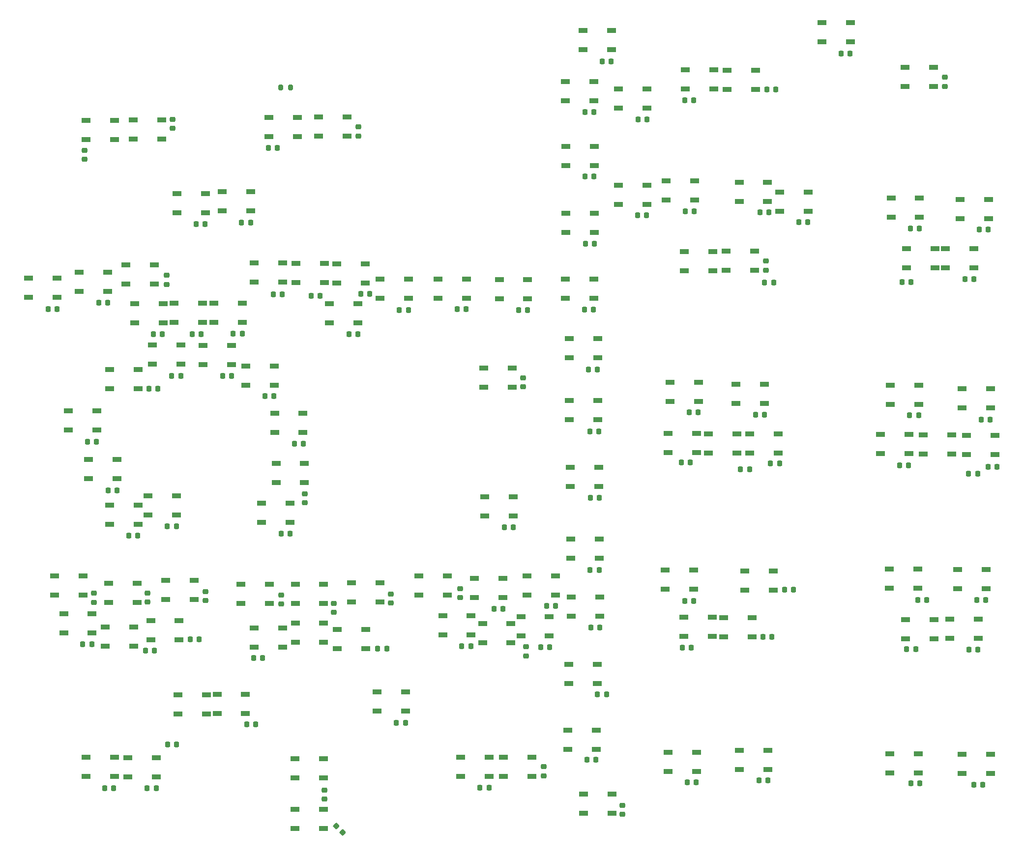
<source format=gbr>
%TF.GenerationSoftware,KiCad,Pcbnew,(6.0.9)*%
%TF.CreationDate,2023-03-29T19:02:43-08:00*%
%TF.ProjectId,COMM PANEL,434f4d4d-2050-4414-9e45-4c2e6b696361,3*%
%TF.SameCoordinates,Original*%
%TF.FileFunction,Paste,Top*%
%TF.FilePolarity,Positive*%
%FSLAX46Y46*%
G04 Gerber Fmt 4.6, Leading zero omitted, Abs format (unit mm)*
G04 Created by KiCad (PCBNEW (6.0.9)) date 2023-03-29 19:02:43*
%MOMM*%
%LPD*%
G01*
G04 APERTURE LIST*
G04 Aperture macros list*
%AMRoundRect*
0 Rectangle with rounded corners*
0 $1 Rounding radius*
0 $2 $3 $4 $5 $6 $7 $8 $9 X,Y pos of 4 corners*
0 Add a 4 corners polygon primitive as box body*
4,1,4,$2,$3,$4,$5,$6,$7,$8,$9,$2,$3,0*
0 Add four circle primitives for the rounded corners*
1,1,$1+$1,$2,$3*
1,1,$1+$1,$4,$5*
1,1,$1+$1,$6,$7*
1,1,$1+$1,$8,$9*
0 Add four rect primitives between the rounded corners*
20,1,$1+$1,$2,$3,$4,$5,0*
20,1,$1+$1,$4,$5,$6,$7,0*
20,1,$1+$1,$6,$7,$8,$9,0*
20,1,$1+$1,$8,$9,$2,$3,0*%
G04 Aperture macros list end*
%ADD10R,1.500000X0.900000*%
%ADD11RoundRect,0.225000X-0.225000X-0.250000X0.225000X-0.250000X0.225000X0.250000X-0.225000X0.250000X0*%
%ADD12RoundRect,0.225000X-0.250000X0.225000X-0.250000X-0.225000X0.250000X-0.225000X0.250000X0.225000X0*%
%ADD13RoundRect,0.225000X0.250000X-0.225000X0.250000X0.225000X-0.250000X0.225000X-0.250000X-0.225000X0*%
%ADD14RoundRect,0.225000X0.225000X0.250000X-0.225000X0.250000X-0.225000X-0.250000X0.225000X-0.250000X0*%
%ADD15RoundRect,0.225000X0.335876X0.017678X0.017678X0.335876X-0.335876X-0.017678X-0.017678X-0.335876X0*%
%ADD16RoundRect,0.200000X-0.200000X-0.275000X0.200000X-0.275000X0.200000X0.275000X-0.200000X0.275000X0*%
G04 APERTURE END LIST*
D10*
%TO.C,D1*%
X76227600Y-35967600D03*
X76227600Y-39267600D03*
X81127600Y-39267600D03*
X81127600Y-35967600D03*
%TD*%
%TO.C,D2*%
X84328000Y-35916800D03*
X84328000Y-39216800D03*
X89228000Y-39216800D03*
X89228000Y-35916800D03*
%TD*%
%TO.C,D3*%
X107696000Y-35459200D03*
X107696000Y-38759200D03*
X112596000Y-38759200D03*
X112596000Y-35459200D03*
%TD*%
%TO.C,D4*%
X116207000Y-35408800D03*
X116207000Y-38708800D03*
X121107000Y-38708800D03*
X121107000Y-35408800D03*
%TD*%
%TO.C,D5*%
X91874000Y-48616400D03*
X91874000Y-51916400D03*
X96774000Y-51916400D03*
X96774000Y-48616400D03*
%TD*%
%TO.C,D6*%
X99646000Y-48260800D03*
X99646000Y-51560800D03*
X104546000Y-51560800D03*
X104546000Y-48260800D03*
%TD*%
%TO.C,D7*%
X66321600Y-63145200D03*
X66321600Y-66445200D03*
X71221600Y-66445200D03*
X71221600Y-63145200D03*
%TD*%
%TO.C,D8*%
X75031600Y-62129600D03*
X75031600Y-65429600D03*
X79931600Y-65429600D03*
X79931600Y-62129600D03*
%TD*%
%TO.C,D9*%
X83058000Y-60910000D03*
X83058000Y-64210000D03*
X87958000Y-64210000D03*
X87958000Y-60910000D03*
%TD*%
%TO.C,D10*%
X105144000Y-60580000D03*
X105144000Y-63880000D03*
X110044000Y-63880000D03*
X110044000Y-60580000D03*
%TD*%
%TO.C,D11*%
X112370000Y-60605200D03*
X112370000Y-63905200D03*
X117270000Y-63905200D03*
X117270000Y-60605200D03*
%TD*%
%TO.C,D12*%
X119357000Y-60706800D03*
X119357000Y-64006800D03*
X124257000Y-64006800D03*
X124257000Y-60706800D03*
%TD*%
%TO.C,D13*%
X126797000Y-63348400D03*
X126797000Y-66648400D03*
X131697000Y-66648400D03*
X131697000Y-63348400D03*
%TD*%
%TO.C,D14*%
X136804000Y-63297600D03*
X136804000Y-66597600D03*
X141704000Y-66597600D03*
X141704000Y-63297600D03*
%TD*%
%TO.C,D15*%
X147359000Y-63424800D03*
X147359000Y-66724800D03*
X152259000Y-66724800D03*
X152259000Y-63424800D03*
%TD*%
%TO.C,D16*%
X84558800Y-67564800D03*
X84558800Y-70864800D03*
X89458800Y-70864800D03*
X89458800Y-67564800D03*
%TD*%
%TO.C,D18*%
X98196000Y-67514000D03*
X98196000Y-70814000D03*
X103096000Y-70814000D03*
X103096000Y-67514000D03*
%TD*%
%TO.C,D19*%
X87630000Y-74676800D03*
X87630000Y-77976800D03*
X92530000Y-77976800D03*
X92530000Y-74676800D03*
%TD*%
%TO.C,D20*%
X96367600Y-74778800D03*
X96367600Y-78078800D03*
X101267600Y-78078800D03*
X101267600Y-74778800D03*
%TD*%
%TO.C,D21*%
X103683000Y-78283600D03*
X103683000Y-81583600D03*
X108583000Y-81583600D03*
X108583000Y-78283600D03*
%TD*%
%TO.C,D22*%
X108661000Y-86411600D03*
X108661000Y-89711600D03*
X113561000Y-89711600D03*
X113561000Y-86411600D03*
%TD*%
%TO.C,D23*%
X108915000Y-95098400D03*
X108915000Y-98398400D03*
X113815000Y-98398400D03*
X113815000Y-95098400D03*
%TD*%
%TO.C,D24*%
X106426000Y-101956000D03*
X106426000Y-105256000D03*
X111326000Y-105256000D03*
X111326000Y-101956000D03*
%TD*%
%TO.C,D25*%
X86856400Y-100661000D03*
X86856400Y-103961000D03*
X91756400Y-103961000D03*
X91756400Y-100661000D03*
%TD*%
%TO.C,D26*%
X80240800Y-102261000D03*
X80240800Y-105561000D03*
X85140800Y-105561000D03*
X85140800Y-102261000D03*
%TD*%
%TO.C,D27*%
X76634000Y-94438400D03*
X76634000Y-97738400D03*
X81534000Y-97738400D03*
X81534000Y-94438400D03*
%TD*%
%TO.C,D28*%
X73128800Y-86056000D03*
X73128800Y-89356000D03*
X78028800Y-89356000D03*
X78028800Y-86056000D03*
%TD*%
%TO.C,D29*%
X80252400Y-78918800D03*
X80252400Y-82218800D03*
X85152400Y-82218800D03*
X85152400Y-78918800D03*
%TD*%
%TO.C,D30*%
X144678000Y-78690000D03*
X144678000Y-81990000D03*
X149578000Y-81990000D03*
X149578000Y-78690000D03*
%TD*%
%TO.C,D31*%
X144870000Y-100814000D03*
X144870000Y-104114000D03*
X149770000Y-104114000D03*
X149770000Y-100814000D03*
%TD*%
%TO.C,D32*%
X70741200Y-114453000D03*
X70741200Y-117753000D03*
X75641200Y-117753000D03*
X75641200Y-114453000D03*
%TD*%
%TO.C,D33*%
X80060800Y-115774000D03*
X80060800Y-119074000D03*
X84960800Y-119074000D03*
X84960800Y-115774000D03*
%TD*%
%TO.C,D34*%
X89943600Y-115266000D03*
X89943600Y-118566000D03*
X94843600Y-118566000D03*
X94843600Y-115266000D03*
%TD*%
%TO.C,D36*%
X112217000Y-115926000D03*
X112217000Y-119226000D03*
X117117000Y-119226000D03*
X117117000Y-115926000D03*
%TD*%
%TO.C,D37*%
X121948000Y-115672000D03*
X121948000Y-118972000D03*
X126848000Y-118972000D03*
X126848000Y-115672000D03*
%TD*%
%TO.C,D38*%
X133491000Y-114479000D03*
X133491000Y-117779000D03*
X138391000Y-117779000D03*
X138391000Y-114479000D03*
%TD*%
%TO.C,D39*%
X143080000Y-114860000D03*
X143080000Y-118160000D03*
X147980000Y-118160000D03*
X147980000Y-114860000D03*
%TD*%
%TO.C,D40*%
X152174000Y-114504000D03*
X152174000Y-117804000D03*
X157074000Y-117804000D03*
X157074000Y-114504000D03*
%TD*%
%TO.C,D41*%
X72339200Y-120956000D03*
X72339200Y-124256000D03*
X77239200Y-124256000D03*
X77239200Y-120956000D03*
%TD*%
%TO.C,D42*%
X79502000Y-123242000D03*
X79502000Y-126542000D03*
X84402000Y-126542000D03*
X84402000Y-123242000D03*
%TD*%
%TO.C,D45*%
X112217000Y-122632000D03*
X112217000Y-125932000D03*
X117117000Y-125932000D03*
X117117000Y-122632000D03*
%TD*%
%TO.C,D46*%
X119482000Y-123699000D03*
X119482000Y-126999000D03*
X124382000Y-126999000D03*
X124382000Y-123699000D03*
%TD*%
%TO.C,D47*%
X137617000Y-121311000D03*
X137617000Y-124611000D03*
X142517000Y-124611000D03*
X142517000Y-121311000D03*
%TD*%
%TO.C,D48*%
X144475000Y-122683000D03*
X144475000Y-125983000D03*
X149375000Y-125983000D03*
X149375000Y-122683000D03*
%TD*%
%TO.C,D49*%
X151079000Y-121514000D03*
X151079000Y-124814000D03*
X155979000Y-124814000D03*
X155979000Y-121514000D03*
%TD*%
%TO.C,D50*%
X91998800Y-134926000D03*
X91998800Y-138226000D03*
X96898800Y-138226000D03*
X96898800Y-134926000D03*
%TD*%
%TO.C,D52*%
X126289000Y-134468000D03*
X126289000Y-137768000D03*
X131189000Y-137768000D03*
X131189000Y-134468000D03*
%TD*%
%TO.C,D53*%
X76200000Y-145746000D03*
X76200000Y-149046000D03*
X81100000Y-149046000D03*
X81100000Y-145746000D03*
%TD*%
%TO.C,D54*%
X83413600Y-145797000D03*
X83413600Y-149097000D03*
X88313600Y-149097000D03*
X88313600Y-145797000D03*
%TD*%
%TO.C,D55*%
X112206000Y-145975000D03*
X112206000Y-149275000D03*
X117106000Y-149275000D03*
X117106000Y-145975000D03*
%TD*%
%TO.C,D56*%
X112206000Y-154712000D03*
X112206000Y-158012000D03*
X117106000Y-158012000D03*
X117106000Y-154712000D03*
%TD*%
%TO.C,D57*%
X140716000Y-145695000D03*
X140716000Y-148995000D03*
X145616000Y-148995000D03*
X145616000Y-145695000D03*
%TD*%
%TO.C,D58*%
X148082000Y-145695000D03*
X148082000Y-148995000D03*
X152982000Y-148995000D03*
X152982000Y-145695000D03*
%TD*%
%TO.C,D59*%
X161826000Y-20524000D03*
X161826000Y-23824000D03*
X166726000Y-23824000D03*
X166726000Y-20524000D03*
%TD*%
%TO.C,D60*%
X158778000Y-29261600D03*
X158778000Y-32561600D03*
X163678000Y-32561600D03*
X163678000Y-29261600D03*
%TD*%
%TO.C,D61*%
X158801000Y-40437600D03*
X158801000Y-43737600D03*
X163701000Y-43737600D03*
X163701000Y-40437600D03*
%TD*%
%TO.C,D62*%
X158828000Y-51969200D03*
X158828000Y-55269200D03*
X163728000Y-55269200D03*
X163728000Y-51969200D03*
%TD*%
%TO.C,D63*%
X158727000Y-63348400D03*
X158727000Y-66648400D03*
X163627000Y-66648400D03*
X163627000Y-63348400D03*
%TD*%
%TO.C,D64*%
X159387000Y-73610000D03*
X159387000Y-76910000D03*
X164287000Y-76910000D03*
X164287000Y-73610000D03*
%TD*%
%TO.C,D65*%
X159410000Y-84278400D03*
X159410000Y-87578400D03*
X164310000Y-87578400D03*
X164310000Y-84278400D03*
%TD*%
%TO.C,D67*%
X159641000Y-108154000D03*
X159641000Y-111454000D03*
X164541000Y-111454000D03*
X164541000Y-108154000D03*
%TD*%
%TO.C,D68*%
X159794000Y-118111000D03*
X159794000Y-121411000D03*
X164694000Y-121411000D03*
X164694000Y-118111000D03*
%TD*%
%TO.C,D69*%
X159336000Y-129744000D03*
X159336000Y-133044000D03*
X164236000Y-133044000D03*
X164236000Y-129744000D03*
%TD*%
%TO.C,D70*%
X159184000Y-141022000D03*
X159184000Y-144322000D03*
X164084000Y-144322000D03*
X164084000Y-141022000D03*
%TD*%
%TO.C,D71*%
X176428000Y-144832000D03*
X176428000Y-148132000D03*
X181328000Y-148132000D03*
X181328000Y-144832000D03*
%TD*%
%TO.C,D72*%
X188750000Y-144527000D03*
X188750000Y-147827000D03*
X193650000Y-147827000D03*
X193650000Y-144527000D03*
%TD*%
%TO.C,D73*%
X214607000Y-145086000D03*
X214607000Y-148386000D03*
X219507000Y-148386000D03*
X219507000Y-145086000D03*
%TD*%
%TO.C,D74*%
X227053000Y-145187000D03*
X227053000Y-148487000D03*
X231953000Y-148487000D03*
X231953000Y-145187000D03*
%TD*%
%TO.C,D75*%
X179121000Y-121566000D03*
X179121000Y-124866000D03*
X184021000Y-124866000D03*
X184021000Y-121566000D03*
%TD*%
%TO.C,D76*%
X185979000Y-121667000D03*
X185979000Y-124967000D03*
X190879000Y-124967000D03*
X190879000Y-121667000D03*
%TD*%
%TO.C,D77*%
X217362000Y-121997000D03*
X217362000Y-125297000D03*
X222262000Y-125297000D03*
X222262000Y-121997000D03*
%TD*%
%TO.C,D78*%
X224982000Y-121946000D03*
X224982000Y-125246000D03*
X229882000Y-125246000D03*
X229882000Y-121946000D03*
%TD*%
%TO.C,D79*%
X175948000Y-113488000D03*
X175948000Y-116788000D03*
X180848000Y-116788000D03*
X180848000Y-113488000D03*
%TD*%
%TO.C,D80*%
X189664000Y-113590000D03*
X189664000Y-116890000D03*
X194564000Y-116890000D03*
X194564000Y-113590000D03*
%TD*%
%TO.C,D81*%
X214517000Y-113310000D03*
X214517000Y-116610000D03*
X219417000Y-116610000D03*
X219417000Y-113310000D03*
%TD*%
%TO.C,D82*%
X226302000Y-113361000D03*
X226302000Y-116661000D03*
X231202000Y-116661000D03*
X231202000Y-113361000D03*
%TD*%
%TO.C,D83*%
X176456000Y-89916800D03*
X176456000Y-93216800D03*
X181356000Y-93216800D03*
X181356000Y-89916800D03*
%TD*%
%TO.C,D84*%
X183416000Y-89968000D03*
X183416000Y-93268000D03*
X188316000Y-93268000D03*
X188316000Y-89968000D03*
%TD*%
%TO.C,D85*%
X190477000Y-89967600D03*
X190477000Y-93267600D03*
X195377000Y-93267600D03*
X195377000Y-89967600D03*
%TD*%
%TO.C,D86*%
X213032000Y-90120400D03*
X213032000Y-93420400D03*
X217932000Y-93420400D03*
X217932000Y-90120400D03*
%TD*%
%TO.C,D88*%
X227815000Y-90272400D03*
X227815000Y-93572400D03*
X232715000Y-93572400D03*
X232715000Y-90272400D03*
%TD*%
%TO.C,D89*%
X176761000Y-81078000D03*
X176761000Y-84378000D03*
X181661000Y-84378000D03*
X181661000Y-81078000D03*
%TD*%
%TO.C,D90*%
X188140000Y-81484400D03*
X188140000Y-84784400D03*
X193040000Y-84784400D03*
X193040000Y-81484400D03*
%TD*%
%TO.C,D91*%
X214681000Y-81636800D03*
X214681000Y-84936800D03*
X219581000Y-84936800D03*
X219581000Y-81636800D03*
%TD*%
%TO.C,D92*%
X227053000Y-82246400D03*
X227053000Y-85546400D03*
X231953000Y-85546400D03*
X231953000Y-82246400D03*
%TD*%
%TO.C,D93*%
X179199000Y-58573600D03*
X179199000Y-61873600D03*
X184099000Y-61873600D03*
X184099000Y-58573600D03*
%TD*%
%TO.C,D94*%
X186413000Y-58522800D03*
X186413000Y-61822800D03*
X191313000Y-61822800D03*
X191313000Y-58522800D03*
%TD*%
%TO.C,D96*%
X224208000Y-58065200D03*
X224208000Y-61365200D03*
X229108000Y-61365200D03*
X229108000Y-58065200D03*
%TD*%
%TO.C,D97*%
X167894000Y-47194000D03*
X167894000Y-50494000D03*
X172794000Y-50494000D03*
X172794000Y-47194000D03*
%TD*%
%TO.C,D98*%
X176073000Y-46381200D03*
X176073000Y-49681200D03*
X180973000Y-49681200D03*
X180973000Y-46381200D03*
%TD*%
%TO.C,D99*%
X188671000Y-46686000D03*
X188671000Y-49986000D03*
X193571000Y-49986000D03*
X193571000Y-46686000D03*
%TD*%
%TO.C,D100*%
X195631000Y-48311600D03*
X195631000Y-51611600D03*
X200531000Y-51611600D03*
X200531000Y-48311600D03*
%TD*%
%TO.C,D101*%
X214833000Y-49327600D03*
X214833000Y-52627600D03*
X219733000Y-52627600D03*
X219733000Y-49327600D03*
%TD*%
%TO.C,D102*%
X226748000Y-49582000D03*
X226748000Y-52882000D03*
X231648000Y-52882000D03*
X231648000Y-49582000D03*
%TD*%
%TO.C,D103*%
X167922000Y-30582400D03*
X167922000Y-33882400D03*
X172822000Y-33882400D03*
X172822000Y-30582400D03*
%TD*%
%TO.C,D104*%
X179402000Y-27230000D03*
X179402000Y-30530000D03*
X184302000Y-30530000D03*
X184302000Y-27230000D03*
%TD*%
%TO.C,D105*%
X186616000Y-27382400D03*
X186616000Y-30682400D03*
X191516000Y-30682400D03*
X191516000Y-27382400D03*
%TD*%
%TO.C,D106*%
X217248000Y-26874400D03*
X217248000Y-30174400D03*
X222148000Y-30174400D03*
X222148000Y-26874400D03*
%TD*%
%TO.C,D107*%
X202923000Y-19152400D03*
X202923000Y-22452400D03*
X207823000Y-22452400D03*
X207823000Y-19152400D03*
%TD*%
D11*
%TO.C,C3*%
X107562500Y-40700000D03*
X109112500Y-40700000D03*
%TD*%
D12*
%TO.C,C4*%
X123100000Y-37112500D03*
X123100000Y-38662500D03*
%TD*%
D11*
%TO.C,C5*%
X95162500Y-53875000D03*
X96712500Y-53875000D03*
%TD*%
%TO.C,C6*%
X102962500Y-53600000D03*
X104512500Y-53600000D03*
%TD*%
%TO.C,C7*%
X69662500Y-68500000D03*
X71212500Y-68500000D03*
%TD*%
%TO.C,C8*%
X78362500Y-67375000D03*
X79912500Y-67375000D03*
%TD*%
D12*
%TO.C,C9*%
X90050000Y-62687500D03*
X90050000Y-64237500D03*
%TD*%
D11*
%TO.C,C10*%
X108442500Y-65990000D03*
X109992500Y-65990000D03*
%TD*%
%TO.C,C11*%
X114975000Y-66250000D03*
X116525000Y-66250000D03*
%TD*%
%TO.C,C13*%
X130147500Y-68640000D03*
X131697500Y-68640000D03*
%TD*%
%TO.C,C14*%
X140097500Y-68520000D03*
X141647500Y-68520000D03*
%TD*%
%TO.C,C15*%
X150687500Y-68710000D03*
X152237500Y-68710000D03*
%TD*%
%TO.C,C16*%
X87787500Y-72775000D03*
X89337500Y-72775000D03*
%TD*%
%TO.C,C17*%
X94487500Y-72775000D03*
X96037500Y-72775000D03*
%TD*%
%TO.C,C18*%
X101537500Y-72750000D03*
X103087500Y-72750000D03*
%TD*%
%TO.C,C19*%
X90937500Y-80025000D03*
X92487500Y-80025000D03*
%TD*%
%TO.C,C20*%
X99712500Y-80025000D03*
X101262500Y-80025000D03*
%TD*%
%TO.C,C21*%
X106975000Y-83525000D03*
X108525000Y-83525000D03*
%TD*%
%TO.C,C22*%
X112087500Y-91670000D03*
X113637500Y-91670000D03*
%TD*%
D13*
%TO.C,C23*%
X113825000Y-101862500D03*
X113825000Y-100312500D03*
%TD*%
D11*
%TO.C,C24*%
X109762500Y-107200000D03*
X111312500Y-107200000D03*
%TD*%
%TO.C,C25*%
X90187500Y-105925000D03*
X91737500Y-105925000D03*
%TD*%
%TO.C,C26*%
X83562500Y-107500000D03*
X85112500Y-107500000D03*
%TD*%
%TO.C,C27*%
X79987500Y-99700000D03*
X81537500Y-99700000D03*
%TD*%
D14*
%TO.C,C29*%
X88587500Y-82200000D03*
X87037500Y-82200000D03*
%TD*%
D12*
%TO.C,C30*%
X151440000Y-80362500D03*
X151440000Y-81912500D03*
%TD*%
D11*
%TO.C,C31*%
X148217500Y-106100000D03*
X149767500Y-106100000D03*
%TD*%
D13*
%TO.C,C32*%
X77550000Y-119012500D03*
X77550000Y-117462500D03*
%TD*%
D12*
%TO.C,C33*%
X86750000Y-117437500D03*
X86750000Y-118987500D03*
%TD*%
%TO.C,C34*%
X96799400Y-117192800D03*
X96799400Y-118742800D03*
%TD*%
%TO.C,C35*%
X109800000Y-117762500D03*
X109800000Y-119312500D03*
%TD*%
D13*
%TO.C,C36*%
X118833900Y-120726600D03*
X118833900Y-119176600D03*
%TD*%
D12*
%TO.C,C37*%
X128701800Y-117599200D03*
X128701800Y-119149200D03*
%TD*%
%TO.C,C38*%
X140625000Y-116637500D03*
X140625000Y-118187500D03*
%TD*%
D11*
%TO.C,C39*%
X146437500Y-120150000D03*
X147987500Y-120150000D03*
%TD*%
%TO.C,C40*%
X155487500Y-119675000D03*
X157037500Y-119675000D03*
%TD*%
%TO.C,C41*%
X75612500Y-126200000D03*
X77162500Y-126200000D03*
%TD*%
D14*
%TO.C,C43*%
X95687500Y-125425000D03*
X94137500Y-125425000D03*
%TD*%
D11*
%TO.C,C44*%
X105036360Y-128640840D03*
X106586360Y-128640840D03*
%TD*%
D14*
%TO.C,C46*%
X127962500Y-126975000D03*
X126412500Y-126975000D03*
%TD*%
D11*
%TO.C,C47*%
X140897500Y-126600000D03*
X142447500Y-126600000D03*
%TD*%
D13*
%TO.C,C48*%
X151930000Y-128247500D03*
X151930000Y-126697500D03*
%TD*%
D11*
%TO.C,C50*%
X90255000Y-143550000D03*
X91805000Y-143550000D03*
%TD*%
D14*
%TO.C,C51*%
X105423000Y-140081000D03*
X103873000Y-140081000D03*
%TD*%
D11*
%TO.C,C52*%
X129637500Y-139775000D03*
X131187500Y-139775000D03*
%TD*%
%TO.C,C53*%
X79417500Y-151090000D03*
X80967500Y-151090000D03*
%TD*%
%TO.C,C54*%
X86705000Y-151090000D03*
X88255000Y-151090000D03*
%TD*%
D13*
%TO.C,C55*%
X117221000Y-152895500D03*
X117221000Y-151345500D03*
%TD*%
D15*
%TO.C,C56*%
X120352188Y-158657928D03*
X119256172Y-157561912D03*
%TD*%
D11*
%TO.C,C57*%
X144037500Y-150975000D03*
X145587500Y-150975000D03*
%TD*%
D12*
%TO.C,C58*%
X155000000Y-147362500D03*
X155000000Y-148912500D03*
%TD*%
D11*
%TO.C,C59*%
X165097500Y-25790000D03*
X166647500Y-25790000D03*
%TD*%
%TO.C,C60*%
X162117500Y-34540000D03*
X163667500Y-34540000D03*
%TD*%
%TO.C,C61*%
X162117500Y-45650000D03*
X163667500Y-45650000D03*
%TD*%
%TO.C,C62*%
X162167500Y-57250000D03*
X163717500Y-57250000D03*
%TD*%
%TO.C,C63*%
X162027500Y-68610000D03*
X163577500Y-68610000D03*
%TD*%
%TO.C,C64*%
X162707500Y-78880000D03*
X164257500Y-78880000D03*
%TD*%
%TO.C,C65*%
X162955000Y-89600000D03*
X164505000Y-89600000D03*
%TD*%
%TO.C,C66*%
X163027500Y-101000000D03*
X164577500Y-101000000D03*
%TD*%
%TO.C,C67*%
X163012500Y-113425000D03*
X164562500Y-113425000D03*
%TD*%
%TO.C,C68*%
X163125000Y-123375000D03*
X164675000Y-123375000D03*
%TD*%
D14*
%TO.C,C69*%
X165812500Y-134900000D03*
X164262500Y-134900000D03*
%TD*%
D11*
%TO.C,C71*%
X179737500Y-150025000D03*
X181287500Y-150025000D03*
%TD*%
%TO.C,C72*%
X192087500Y-149725000D03*
X193637500Y-149725000D03*
%TD*%
%TO.C,C74*%
X229112500Y-150460000D03*
X230662500Y-150460000D03*
%TD*%
%TO.C,C75*%
X178862500Y-126800000D03*
X180412500Y-126800000D03*
%TD*%
D14*
%TO.C,C76*%
X194337500Y-124975000D03*
X192787500Y-124975000D03*
%TD*%
D11*
%TO.C,C77*%
X217532960Y-127093980D03*
X219082960Y-127093980D03*
%TD*%
%TO.C,C78*%
X228232500Y-127160000D03*
X229782500Y-127160000D03*
%TD*%
%TO.C,C79*%
X179287500Y-118760000D03*
X180837500Y-118760000D03*
%TD*%
D14*
%TO.C,C80*%
X198062500Y-116875000D03*
X196512500Y-116875000D03*
%TD*%
%TO.C,C81*%
X220997500Y-118600000D03*
X219447500Y-118600000D03*
%TD*%
D11*
%TO.C,C49*%
X154487500Y-126750000D03*
X156037500Y-126750000D03*
%TD*%
%TO.C,C70*%
X162462500Y-146175000D03*
X164012500Y-146175000D03*
%TD*%
%TO.C,C73*%
X218225000Y-150164800D03*
X219775000Y-150164800D03*
%TD*%
D12*
%TO.C,C2*%
X91050000Y-35787500D03*
X91050000Y-37337500D03*
%TD*%
D10*
%TO.C,D17*%
X91326800Y-67488800D03*
X91326800Y-70788800D03*
X96226800Y-70788800D03*
X96226800Y-67488800D03*
%TD*%
%TO.C,D35*%
X102870000Y-115876000D03*
X102870000Y-119176000D03*
X107770000Y-119176000D03*
X107770000Y-115876000D03*
%TD*%
D14*
%TO.C,C42*%
X87962500Y-127375000D03*
X86412500Y-127375000D03*
%TD*%
D10*
%TO.C,D43*%
X87325200Y-122175000D03*
X87325200Y-125475000D03*
X92225200Y-125475000D03*
X92225200Y-122175000D03*
%TD*%
%TO.C,D44*%
X105125000Y-123450000D03*
X105125000Y-126750000D03*
X110025000Y-126750000D03*
X110025000Y-123450000D03*
%TD*%
%TO.C,D51*%
X98755000Y-134875000D03*
X98755000Y-138175000D03*
X103655000Y-138175000D03*
X103655000Y-134875000D03*
%TD*%
%TO.C,D66*%
X159614000Y-95758800D03*
X159614000Y-99058800D03*
X164514000Y-99058800D03*
X164514000Y-95758800D03*
%TD*%
%TO.C,D109*%
X161850000Y-152100000D03*
X161850000Y-155400000D03*
X166750000Y-155400000D03*
X166750000Y-152100000D03*
%TD*%
D14*
%TO.C,C105*%
X194962500Y-30660000D03*
X193412500Y-30660000D03*
%TD*%
D11*
%TO.C,C104*%
X179317500Y-32480000D03*
X180867500Y-32480000D03*
%TD*%
%TO.C,C99*%
X192225000Y-51800000D03*
X193775000Y-51800000D03*
%TD*%
D14*
%TO.C,C93*%
X194602500Y-63910000D03*
X193052500Y-63910000D03*
%TD*%
D11*
%TO.C,C84*%
X188905000Y-96100000D03*
X190455000Y-96100000D03*
%TD*%
%TO.C,C91*%
X218032500Y-86820000D03*
X219582500Y-86820000D03*
%TD*%
%TO.C,C87*%
X228205000Y-96900000D03*
X229755000Y-96900000D03*
%TD*%
%TO.C,C100*%
X198967500Y-53490000D03*
X200517500Y-53490000D03*
%TD*%
%TO.C,C96*%
X227587500Y-63300000D03*
X229137500Y-63300000D03*
%TD*%
%TO.C,C86*%
X216317500Y-95390000D03*
X217867500Y-95390000D03*
%TD*%
%TO.C,C89*%
X180057500Y-86290000D03*
X181607500Y-86290000D03*
%TD*%
D12*
%TO.C,C109*%
X168550000Y-154005000D03*
X168550000Y-155555000D03*
%TD*%
D11*
%TO.C,C95*%
X216725000Y-63800000D03*
X218275000Y-63800000D03*
%TD*%
%TO.C,C97*%
X171152500Y-52340000D03*
X172702500Y-52340000D03*
%TD*%
%TO.C,C92*%
X230367500Y-87510000D03*
X231917500Y-87510000D03*
%TD*%
%TO.C,C82*%
X229607500Y-118620000D03*
X231157500Y-118620000D03*
%TD*%
%TO.C,C83*%
X178725000Y-94950000D03*
X180275000Y-94950000D03*
%TD*%
%TO.C,C108*%
X121445000Y-72820000D03*
X122995000Y-72820000D03*
%TD*%
D12*
%TO.C,C94*%
X193260000Y-60242500D03*
X193260000Y-61792500D03*
%TD*%
D11*
%TO.C,C107*%
X206247500Y-24450000D03*
X207797500Y-24450000D03*
%TD*%
%TO.C,C98*%
X179402500Y-51670000D03*
X180952500Y-51670000D03*
%TD*%
%TO.C,C90*%
X191467500Y-86680000D03*
X193017500Y-86680000D03*
%TD*%
%TO.C,C101*%
X218157500Y-54580000D03*
X219707500Y-54580000D03*
%TD*%
%TO.C,C102*%
X229992500Y-54800000D03*
X231542500Y-54800000D03*
%TD*%
%TO.C,C103*%
X171237500Y-35810000D03*
X172787500Y-35810000D03*
%TD*%
D12*
%TO.C,C106*%
X224140000Y-28562500D03*
X224140000Y-30112500D03*
%TD*%
D11*
%TO.C,C85*%
X194075000Y-95100000D03*
X195625000Y-95100000D03*
%TD*%
%TO.C,C12*%
X123475000Y-65850000D03*
X125025000Y-65850000D03*
%TD*%
D10*
%TO.C,D108*%
X118100000Y-67550000D03*
X118100000Y-70850000D03*
X123000000Y-70850000D03*
X123000000Y-67550000D03*
%TD*%
%TO.C,D87*%
X220410000Y-90196400D03*
X220410000Y-93496400D03*
X225310000Y-93496400D03*
X225310000Y-90196400D03*
%TD*%
D11*
%TO.C,C88*%
X231537500Y-95660000D03*
X233087500Y-95660000D03*
%TD*%
D10*
%TO.C,D95*%
X217502000Y-58116400D03*
X217502000Y-61416400D03*
X222402000Y-61416400D03*
X222402000Y-58116400D03*
%TD*%
D11*
%TO.C,C28*%
X76437500Y-91375000D03*
X77987500Y-91375000D03*
%TD*%
D16*
%TO.C,R1*%
X109737500Y-30325000D03*
X111387500Y-30325000D03*
%TD*%
D13*
%TO.C,C110*%
X75900000Y-42712500D03*
X75900000Y-41162500D03*
%TD*%
M02*

</source>
